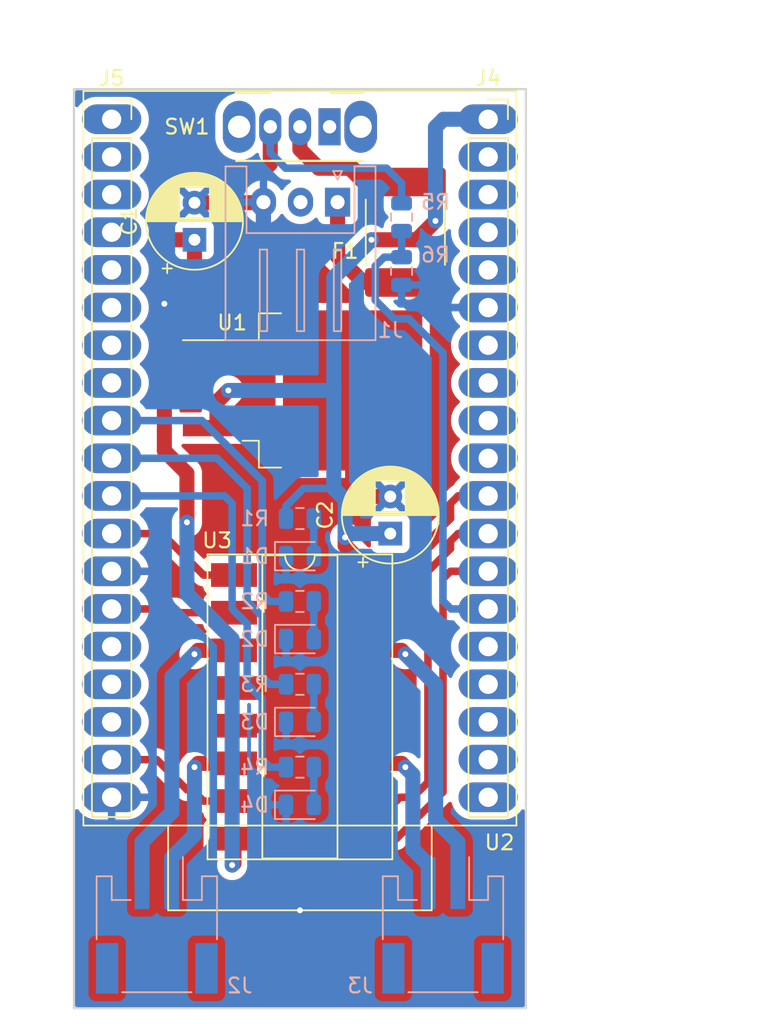
<source format=kicad_pcb>
(kicad_pcb (version 20240108) (generator "pcbnew") (generator_version "8.0")
  (layers (0 "F.Cu" signal) (31 "B.Cu" signal) (34 "B.Paste" user) (35 "F.Paste" user) (36 "B.SilkS" user "B.Silkscreen") (37 "F.SilkS" user "F.Silkscreen") (38 "B.Mask" user) (39 "F.Mask" user) (44 "Edge.Cuts" user))
  (net 0 "")
  (net 1 "/PWM_1")
  (net 2 "/PWM_2")
  (net 3 "/MOT_1_DIR_A")
  (net 4 "/MOT_2_DIR_A")
  (net 5 "/GND")
  (net 6 "/MOT_1_DIR_B")
  (net 7 "/MOT_2_DIR_B")
  (net 8 "/HV")
  (net 9 "/5V")
  (net 10 "/MOT_1_POS")
  (net 11 "/MOT_1_NEG")
  (net 12 "/MOT_2_NEG")
  (net 13 "/MOT_2_POS")
  (net 14 "Net-(D1-A)")
  (net 15 "Net-(D2-A)")
  (net 16 "/WIFI_LED")
  (net 17 "/SERVER_LED")
  (net 18 "Net-(D3-A)")
  (net 19 "Net-(D4-A)")
  (net 20 "/ACTIVITY_LED")
  (net 21 "/V_SENSE")
  (net 22 "/V_BATT")
  (net 23 "Net-(SW1A-B)")
  (footprint "mainboard:ESP32-DEVKITC" (layer "F.Cu") (at 147.32 96.52 180)
    (property "Reference" "U2" (at -13.462 -25.908 180) (layer "F.SilkS"))
    (property "Value" "ESP32-DEVKITC")
    (pad "1" thru_hole oval (at -12.7 -22.86 180) (size 4 2) (drill 1.3) (layers "*.Cu" "*.Mask"))
    (pad "2" thru_hole oval (at -12.7 -20.32 180) (size 4 2) (drill 1.3) (layers "*.Cu" "*.Mask"))
    (pad "3" thru_hole oval (at -12.7 -17.78 180) (size 4 2) (drill 1.3) (layers "*.Cu" "*.Mask"))
    (pad "4" thru_hole oval (at -12.7 -15.24 180) (size 4 2) (drill 1.3) (layers "*.Cu" "*.Mask"))
    (pad "5" thru_hole oval (at -12.7 -12.7 180) (size 4 2) (drill 1.3) (layers "*.Cu" "*.Mask"))
    (pad "6" thru_hole oval (at -12.7 -10.16 180) (size 4 2) (drill 1.3) (layers "*.Cu" "*.Mask") (net 21 "/V_SENSE"))
    (pad "7" thru_hole oval (at -12.7 -7.62 180) (size 4 2) (drill 1.3) (layers "*.Cu" "*.Mask") (net 2 "/PWM_2"))
    (pad "8" thru_hole oval (at -12.7 -5.08 180) (size 4 2) (drill 1.3) (layers "*.Cu" "*.Mask") (net 4 "/MOT_2_DIR_A"))
    (pad "9" thru_hole oval (at -12.7 -2.54 180) (size 4 2) (drill 1.3) (layers "*.Cu" "*.Mask") (net 7 "/MOT_2_DIR_B"))
    (pad "10" thru_hole oval (at -12.7 0 180) (size 4 2) (drill 1.3) (layers "*.Cu" "*.Mask"))
    (pad "11" thru_hole oval (at -12.7 2.54 180) (size 4 2) (drill 1.3) (layers "*.Cu" "*.Mask"))
    (pad "12" thru_hole oval (at -12.7 5.08 180) (size 4 2) (drill 1.3) (layers "*.Cu" "*.Mask"))
    (pad "13" thru_hole oval (at -12.7 7.62 180) (size 4 2) (drill 1.3) (layers "*.Cu" "*.Mask"))
    (pad "14" thru_hole oval (at -12.7 10.16 180) (size 4 2) (drill 1.3) (layers "*.Cu" "*.Mask") (net 5 "/GND"))
    (pad "15" thru_hole oval (at -12.7 12.7 180) (size 4 2) (drill 1.3) (layers "*.Cu" "*.Mask"))
    (pad "16" thru_hole oval (at -12.7 15.24 180) (size 4 2) (drill 1.3) (layers "*.Cu" "*.Mask"))
    (pad "17" thru_hole oval (at -12.7 17.78 180) (size 4 2) (drill 1.3) (layers "*.Cu" "*.Mask"))
    (pad "18" thru_hole oval (at -12.7 20.32 180) (size 4 2) (drill 1.3) (layers "*.Cu" "*.Mask"))
    (pad "19" thru_hole oval (at -12.7 22.86 180) (size 4 2) (drill 1.3) (layers "*.Cu" "*.Mask") (net 9 "/5V"))
    (pad "20" thru_hole oval (at 12.7 22.86 180) (size 4 2) (drill 1.3) (layers "*.Cu" "*.Mask"))
    (pad "21" thru_hole oval (at 12.7 20.32 180) (size 4 2) (drill 1.3) (layers "*.Cu" "*.Mask"))
    (pad "22" thru_hole oval (at 12.7 17.78 180) (size 4 2) (drill 1.3) (layers "*.Cu" "*.Mask"))
    (pad "23" thru_hole oval (at 12.7 15.24 180) (size 4 2) (drill 1.3) (layers "*.Cu" "*.Mask"))
    (pad "24" thru_hole oval (at 12.7 12.7 180) (size 4 2) (drill 1.3) (layers "*.Cu" "*.Mask"))
    (pad "25" thru_hole oval (at 12.7 10.16 180) (size 4 2) (drill 1.3) (layers "*.Cu" "*.Mask"))
    (pad "26" thru_hole oval (at 12.7 7.62 180) (size 4 2) (drill 1.3) (layers "*.Cu" "*.Mask"))
    (pad "27" thru_hole oval (at 12.7 5.08 180) (size 4 2) (drill 1.3) (layers "*.Cu" "*.Mask"))
    (pad "28" thru_hole oval (at 12.7 2.54 180) (size 4 2) (drill 1.3) (layers "*.Cu" "*.Mask") (net 16 "/WIFI_LED"))
    (pad "29" thru_hole oval (at 12.7 0 180) (size 4 2) (drill 1.3) (layers "*.Cu" "*.Mask") (net 17 "/SERVER_LED"))
    (pad "30" thru_hole oval (at 12.7 -2.54 180) (size 4 2) (drill 1.3) (layers "*.Cu" "*.Mask") (net 20 "/ACTIVITY_LED"))
    (pad "31" thru_hole oval (at 12.7 -5.08 180) (size 4 2) (drill 1.3) (layers "*.Cu" "*.Mask") (net 1 "/PWM_1"))
    (pad "32" thru_hole oval (at 12.7 -7.62 180) (size 4 2) (drill 1.3) (layers "*.Cu" "*.Mask") (net 5 "/GND"))
    (pad "33" thru_hole oval (at 12.7 -10.16 180) (size 4 2) (drill 1.3) (layers "*.Cu" "*.Mask") (net 3 "/MOT_1_DIR_A"))
    (pad "34" thru_hole oval (at 12.7 -12.7 180) (size 4 2) (drill 1.3) (layers "*.Cu" "*.Mask"))
    (pad "35" thru_hole oval (at 12.7 -15.24 180) (size 4 2) (drill 1.3) (layers "*.Cu" "*.Mask"))
    (pad "36" thru_hole oval (at 12.7 -17.78 180) (size 4 2) (drill 1.3) (layers "*.Cu" "*.Mask"))
    (pad "37" thru_hole oval (at 12.7 -20.32 180) (size 4 2) (drill 1.3) (layers "*.Cu" "*.Mask") (net 6 "/MOT_1_DIR_B"))
    (pad "38" thru_hole oval (at 12.7 -22.86 180) (size 4 2) (drill 1.3) (layers "*.Cu" "*.Mask") (net 5 "/GND"))
  )
  (footprint "Package_DIP:DIP-16_W8.89mm_SMDSocket_LongPads" (layer "F.Cu") (at 147.32 113.284)
    (property "Reference" "U3" (at -5.588 -11.22 0) (layer "F.SilkS"))
    (property "Value" "L293")
    (pad "1" smd rect (at -4.445 -8.89) (size 3.1 1.6) (layers "F.Cu" "F.Paste" "F.Mask") (net 1 "/PWM_1"))
    (pad "2" smd rect (at -4.445 -6.35) (size 3.1 1.6) (layers "F.Cu" "F.Paste" "F.Mask") (net 3 "/MOT_1_DIR_A"))
    (pad "3" smd rect (at -4.445 -3.81) (size 3.1 1.6) (layers "F.Cu" "F.Paste" "F.Mask") (net 11 "/MOT_1_NEG"))
    (pad "4" smd rect (at -4.445 -1.27) (size 3.1 1.6) (layers "F.Cu" "F.Paste" "F.Mask") (net 5 "/GND"))
    (pad "5" smd rect (at -4.445 1.27) (size 3.1 1.6) (layers "F.Cu" "F.Paste" "F.Mask") (net 5 "/GND"))
    (pad "6" smd rect (at -4.445 3.81) (size 3.1 1.6) (layers "F.Cu" "F.Paste" "F.Mask") (net 10 "/MOT_1_POS"))
    (pad "7" smd rect (at -4.445 6.35) (size 3.1 1.6) (layers "F.Cu" "F.Paste" "F.Mask") (net 6 "/MOT_1_DIR_B"))
    (pad "8" smd rect (at -4.445 8.89) (size 3.1 1.6) (layers "F.Cu" "F.Paste" "F.Mask") (net 8 "/HV"))
    (pad "9" smd rect (at 4.445 8.89) (size 3.1 1.6) (layers "F.Cu" "F.Paste" "F.Mask") (net 2 "/PWM_2"))
    (pad "10" smd rect (at 4.445 6.35) (size 3.1 1.6) (layers "F.Cu" "F.Paste" "F.Mask") (net 4 "/MOT_2_DIR_A"))
    (pad "11" smd rect (at 4.445 3.81) (size 3.1 1.6) (layers "F.Cu" "F.Paste" "F.Mask") (net 12 "/MOT_2_NEG"))
    (pad "12" smd rect (at 4.445 1.27) (size 3.1 1.6) (layers "F.Cu" "F.Paste" "F.Mask") (net 5 "/GND"))
    (pad "13" smd rect (at 4.445 -1.27) (size 3.1 1.6) (layers "F.Cu" "F.Paste" "F.Mask") (net 5 "/GND"))
    (pad "14" smd rect (at 4.445 -3.81) (size 3.1 1.6) (layers "F.Cu" "F.Paste" "F.Mask") (net 13 "/MOT_2_POS"))
    (pad "15" smd rect (at 4.445 -6.35) (size 3.1 1.6) (layers "F.Cu" "F.Paste" "F.Mask") (net 7 "/MOT_2_DIR_B"))
    (pad "16" smd rect (at 4.445 -8.89) (size 3.1 1.6) (layers "F.Cu" "F.Paste" "F.Mask") (net 9 "/5V"))
  )
  (footprint "Button_Switch_THT:SW_CuK_OS102011MA1QN1_SPDT_Angled" (layer "F.Cu") (at 149.32 74.168 180)
    (property "Reference" "SW1" (at 9.62 0 180) (layer "F.SilkS"))
    (property "Value" "SW_DPDT_x2")
    (pad "" thru_hole oval (at -2.1 0 180) (size 2.2 3.5) (drill 1.5) (layers "*.Cu" "*.Mask"))
    (pad "" thru_hole oval (at 6.1 0 180) (size 2.2 3.5) (drill 1.5) (layers "*.Cu" "*.Mask"))
    (pad "1" thru_hole rect (at 0 0 180) (size 1.5 2.5) (drill 0.9) (layers "*.Cu" "*.Mask"))
    (pad "2" thru_hole oval (at 2 0 180) (size 1.5 2.5) (drill 0.9) (layers "*.Cu" "*.Mask") (net 23 "Net-(SW1A-B)"))
    (pad "3" thru_hole oval (at 4 0 180) (size 1.5 2.5) (drill 0.9) (layers "*.Cu" "*.Mask") (net 8 "/HV"))
  )
  (footprint "Capacitor_THT:CP_Radial_D6.3mm_P2.50mm" (layer "F.Cu") (at 140.208 81.788 90)
    (property "Reference" "C1" (at 1.25 -4.4 90) (layer "F.SilkS"))
    (property "Value" "100uF")
    (pad "1" thru_hole rect (at 0 0 90) (size 1.6 1.6) (drill 0.8) (layers "*.Cu" "*.Mask") (net 8 "/HV"))
    (pad "2" thru_hole circle (at 2.5 0 90) (size 1.6 1.6) (drill 0.8) (layers "*.Cu" "*.Mask") (net 5 "/GND"))
  )
  (footprint "Capacitor_THT:CP_Radial_D6.3mm_P2.50mm" (layer "F.Cu") (at 153.416 101.6 90)
    (property "Reference" "C2" (at 1.25 -4.4 90) (layer "F.SilkS"))
    (property "Value" "100uF")
    (pad "1" thru_hole rect (at 0 0 90) (size 1.6 1.6) (drill 0.8) (layers "*.Cu" "*.Mask") (net 9 "/5V"))
    (pad "2" thru_hole circle (at 2.5 0 90) (size 1.6 1.6) (drill 0.8) (layers "*.Cu" "*.Mask") (net 5 "/GND"))
  )
  (footprint "Fuse:Fuse_2920_7451Metric" (layer "F.Cu") (at 154.432 81.28 -90)
    (property "Reference" "F1" (at 1.27 4.064 0) (layer "F.SilkS"))
    (property "Value" "b0250 2.5A")
    (pad "1" smd roundrect (at -3.3875 0 270) (size 1.925 5.45) (layers "F.Cu" "F.Paste" "F.Mask") (roundrect_rratio 0.12987) (net 23 "Net-(SW1A-B)"))
    (pad "2" smd roundrect (at 3.3875 0 270) (size 1.925 5.45) (layers "F.Cu" "F.Paste" "F.Mask") (roundrect_rratio 0.12987) (net 22 "/V_BATT"))
  )
  (footprint "Package_TO_SOT_SMD:TO-263-2" (layer "F.Cu") (at 147.501 91.948)
    (property "Reference" "U1" (at -4.753 -4.572 0) (layer "F.SilkS"))
    (property "Value" "L7805")
    (pad "1" smd rect (at -5.775 -2.54) (size 4.6 1.1) (layers "F.Cu" "F.Paste" "F.Mask") (net 8 "/HV"))
    (pad "2" smd rect (at 3.375 0) (size 9.4 10.8) (layers "F.Cu" "F.Mask") (net 5 "/GND"))
    (pad "3" smd rect (at -5.775 2.54) (size 4.6 1.1) (layers "F.Cu" "F.Paste" "F.Mask") (net 9 "/5V"))
  )
  (footprint "Connector_PinSocket_2.54mm:PinSocket_1x19_P2.54mm_Vertical" (layer "F.Cu") (at 134.62 73.66)
    (property "Reference" "J5" (at 0 -2.77 0) (layer "F.SilkS"))
    (property "Value" "Conn_01x19_Socket")
    (pad "1" thru_hole rect (at 0 0) (size 1.7 1.7) (drill 1) (layers "*.Cu" "*.Mask"))
    (pad "2" thru_hole oval (at 0 2.54) (size 1.7 1.7) (drill 1) (layers "*.Cu" "*.Mask"))
    (pad "3" thru_hole oval (at 0 5.08) (size 1.7 1.7) (drill 1) (layers "*.Cu" "*.Mask"))
    (pad "4" thru_hole oval (at 0 7.62) (size 1.7 1.7) (drill 1) (layers "*.Cu" "*.Mask"))
    (pad "5" thru_hole oval (at 0 10.16) (size 1.7 1.7) (drill 1) (layers "*.Cu" "*.Mask"))
    (pad "6" thru_hole oval (at 0 12.7) (size 1.7 1.7) (drill 1) (layers "*.Cu" "*.Mask"))
    (pad "7" thru_hole oval (at 0 15.24) (size 1.7 1.7) (drill 1) (layers "*.Cu" "*.Mask"))
    (pad "8" thru_hole oval (at 0 17.78) (size 1.7 1.7) (drill 1) (layers "*.Cu" "*.Mask"))
    (pad "9" thru_hole oval (at 0 20.32) (size 1.7 1.7) (drill 1) (layers "*.Cu" "*.Mask") (net 16 "/WIFI_LED"))
    (pad "10" thru_hole oval (at 0 22.86) (size 1.7 1.7) (drill 1) (layers "*.Cu" "*.Mask") (net 17 "/SERVER_LED"))
    (pad "11" thru_hole oval (at 0 25.4) (size 1.7 1.7) (drill 1) (layers "*.Cu" "*.Mask") (net 20 "/ACTIVITY_LED"))
    (pad "12" thru_hole oval (at 0 27.94) (size 1.7 1.7) (drill 1) (layers "*.Cu" "*.Mask") (net 1 "/PWM_1"))
    (pad "13" thru_hole oval (at 0 30.48) (size 1.7 1.7) (drill 1) (layers "*.Cu" "*.Mask") (net 5 "/GND"))
    (pad "14" thru_hole oval (at 0 33.02) (size 1.7 1.7) (drill 1) (layers "*.Cu" "*.Mask") (net 3 "/MOT_1_DIR_A"))
    (pad "15" thru_hole oval (at 0 35.56) (size 1.7 1.7) (drill 1) (layers "*.Cu" "*.Mask"))
    (pad "16" thru_hole oval (at 0 38.1) (size 1.7 1.7) (drill 1) (layers "*.Cu" "*.Mask"))
    (pad "17" thru_hole oval (at 0 40.64) (size 1.7 1.7) (drill 1) (layers "*.Cu" "*.Mask"))
    (pad "18" thru_hole oval (at 0 43.18) (size 1.7 1.7) (drill 1) (layers "*.Cu" "*.Mask") (net 6 "/MOT_1_DIR_B"))
    (pad "19" thru_hole oval (at 0 45.72) (size 1.7 1.7) (drill 1) (layers "*.Cu" "*.Mask") (net 5 "/GND"))
  )
  (footprint "Connector_PinSocket_2.54mm:PinSocket_1x19_P2.54mm_Vertical" (layer "F.Cu") (at 160.02 73.66)
    (property "Reference" "J4" (at 0 -2.77 0) (layer "F.SilkS"))
    (property "Value" "Conn_01x19_Socket")
    (pad "1" thru_hole rect (at 0 0) (size 1.7 1.7) (drill 1) (layers "*.Cu" "*.Mask") (net 9 "/5V"))
    (pad "2" thru_hole oval (at 0 2.54) (size 1.7 1.7) (drill 1) (layers "*.Cu" "*.Mask"))
    (pad "3" thru_hole oval (at 0 5.08) (size 1.7 1.7) (drill 1) (layers "*.Cu" "*.Mask"))
    (pad "4" thru_hole oval (at 0 7.62) (size 1.7 1.7) (drill 1) (layers "*.Cu" "*.Mask"))
    (pad "5" thru_hole oval (at 0 10.16) (size 1.7 1.7) (drill 1) (layers "*.Cu" "*.Mask"))
    (pad "6" thru_hole oval (at 0 12.7) (size 1.7 1.7) (drill 1) (layers "*.Cu" "*.Mask") (net 5 "/GND"))
    (pad "7" thru_hole oval (at 0 15.24) (size 1.7 1.7) (drill 1) (layers "*.Cu" "*.Mask"))
    (pad "8" thru_hole oval (at 0 17.78) (size 1.7 1.7) (drill 1) (layers "*.Cu" "*.Mask"))
    (pad "9" thru_hole oval (at 0 20.32) (size 1.7 1.7) (drill 1) (layers "*.Cu" "*.Mask"))
    (pad "10" thru_hole oval (at 0 22.86) (size 1.7 1.7) (drill 1) (layers "*.Cu" "*.Mask"))
    (pad "11" thru_hole oval (at 0 25.4) (size 1.7 1.7) (drill 1) (layers "*.Cu" "*.Mask") (net 7 "/MOT_2_DIR_B"))
    (pad "12" thru_hole oval (at 0 27.94) (size 1.7 1.7) (drill 1) (layers "*.Cu" "*.Mask") (net 4 "/MOT_2_DIR_A"))
    (pad "13" thru_hole oval (at 0 30.48) (size 1.7 1.7) (drill 1) (layers "*.Cu" "*.Mask") (net 2 "/PWM_2"))
    (pad "14" thru_hole oval (at 0 33.02) (size 1.7 1.7) (drill 1) (layers "*.Cu" "*.Mask") (net 21 "/V_SENSE"))
    (pad "15" thru_hole oval (at 0 35.56) (size 1.7 1.7) (drill 1) (layers "*.Cu" "*.Mask"))
    (pad "16" thru_hole oval (at 0 38.1) (size 1.7 1.7) (drill 1) (layers "*.Cu" "*.Mask"))
    (pad "17" thru_hole oval (at 0 40.64) (size 1.7 1.7) (drill 1) (layers "*.Cu" "*.Mask"))
    (pad "18" thru_hole oval (at 0 43.18) (size 1.7 1.7) (drill 1) (layers "*.Cu" "*.Mask"))
    (pad "19" thru_hole oval (at 0 45.72) (size 1.7 1.7) (drill 1) (layers "*.Cu" "*.Mask"))
  )
  (footprint "Resistor_SMD:R_0805_2012Metric" (layer "B.Cu") (at 147.32 111.76 180)
    (property "Reference" "R3" (at 3.048 0 180) (layer "B.SilkS") (effects (justify mirror)))
    (property "Value" "330 ohm")
    (pad "1" smd roundrect (at -0.9375 0 180) (size 0.975 1.4) (layers "B.Cu" "B.Paste" "B.Mask") (net 18 "Net-(D3-A)"))
    (pad "2" smd roundrect (at 0.9375 0 180) (size 0.975 1.4) (layers "B.Cu" "B.Paste" "B.Mask") (net 17 "/SERVER_LED"))
  )
  (footprint "Resistor_SMD:R_0805_2012Metric" (layer "B.Cu") (at 147.32 117.348 180)
    (property "Reference" "R4" (at 3.048 0 180) (layer "B.SilkS") (effects (justify mirror)))
    (property "Value" "330 ohm")
    (pad "1" smd roundrect (at -0.9375 0 180) (size 0.975 1.4) (layers "B.Cu" "B.Paste" "B.Mask") (net 19 "Net-(D4-A)"))
    (pad "2" smd roundrect (at 0.9375 0 180) (size 0.975 1.4) (layers "B.Cu" "B.Paste" "B.Mask") (net 20 "/ACTIVITY_LED"))
  )
  (footprint "Resistor_SMD:R_0805_2012Metric" (layer "B.Cu") (at 154.178 80.264 -90)
    (property "Reference" "R5" (at -1.016 -2.286 0) (layer "B.SilkS") (effects (justify mirror)))
    (property "Value" "2.2k")
    (pad "1" smd roundrect (at -0.9375 0 270) (size 0.975 1.4) (layers "B.Cu" "B.Paste" "B.Mask") (net 8 "/HV"))
    (pad "2" smd roundrect (at 0.9375 0 270) (size 0.975 1.4) (layers "B.Cu" "B.Paste" "B.Mask") (net 21 "/V_SENSE"))
  )
  (footprint "Resistor_SMD:R_0805_2012Metric" (layer "B.Cu") (at 154.178 83.8985 -90)
    (property "Reference" "R6" (at -1.0945 -2.286 0) (layer "B.SilkS") (effects (justify mirror)))
    (property "Value" "1k")
    (pad "1" smd roundrect (at -0.9375 0 270) (size 0.975 1.4) (layers "B.Cu" "B.Paste" "B.Mask") (net 21 "/V_SENSE"))
    (pad "2" smd roundrect (at 0.9375 0 270) (size 0.975 1.4) (layers "B.Cu" "B.Paste" "B.Mask") (net 5 "/GND"))
  )
  (footprint "LED_SMD:LED_0805_2012Metric" (layer "B.Cu") (at 147.32 108.712)
    (property "Reference" "D2" (at -3.048 0 0) (layer "B.SilkS") (effects (justify mirror)))
    (property "Value" "LED")
    (pad "1" smd roundrect (at -0.9375 0) (size 0.975 1.4) (layers "B.Cu" "B.Paste" "B.Mask") (net 5 "/GND"))
    (pad "2" smd roundrect (at 0.9375 0) (size 0.975 1.4) (layers "B.Cu" "B.Paste" "B.Mask") (net 15 "Net-(D2-A)"))
  )
  (footprint "LED_SMD:LED_0805_2012Metric" (layer "B.Cu") (at 147.32 114.3)
    (property "Reference" "D3" (at -3.048 0 0) (layer "B.SilkS") (effects (justify mirror)))
    (property "Value" "LED")
    (pad "1" smd roundrect (at -0.9375 0) (size 0.975 1.4) (layers "B.Cu" "B.Paste" "B.Mask") (net 5 "/GND"))
    (pad "2" smd roundrect (at 0.9375 0) (size 0.975 1.4) (layers "B.Cu" "B.Paste" "B.Mask") (net 18 "Net-(D3-A)"))
  )
  (footprint "LED_SMD:LED_0805_2012Metric" (layer "B.Cu") (at 147.32 119.888)
    (property "Reference" "D4" (at -3.048 0 0) (layer "B.SilkS") (effects (justify mirror)))
    (property "Value" "LED")
    (pad "1" smd roundrect (at -0.9375 0) (size 0.975 1.4) (layers "B.Cu" "B.Paste" "B.Mask") (net 5 "/GND"))
    (pad "2" smd roundrect (at 0.9375 0) (size 0.975 1.4) (layers "B.Cu" "B.Paste" "B.Mask") (net 19 "Net-(D4-A)"))
  )
  (footprint "Connector_JST:JST_PH_S2B-PH-SM4-TB_1x02-1MP_P2.00mm_Horizontal" (layer "B.Cu") (at 156.972 128.016 180)
    (property "Reference" "J3" (at 5.588 -4.064 180) (layer "B.SilkS") (effects (justify mirror)))
    (property "Value" "Conn_01x02")
    (pad "1" smd rect (at -1 2.85 180) (size 1 3.5) (layers "B.Cu" "B.Paste" "B.Mask") (net 13 "/MOT_2_POS"))
    (pad "2" smd rect (at 1 2.85 180) (size 1 3.5) (layers "B.Cu" "B.Paste" "B.Mask") (net 12 "/MOT_2_NEG"))
    (pad "MP" smd rect (at -3.35 -2.9 180) (size 1.5 3.4) (layers "B.Cu" "B.Paste" "B.Mask"))
    (pad "MP" smd rect (at 3.35 -2.9 180) (size 1.5 3.4) (layers "B.Cu" "B.Paste" "B.Mask"))
  )
  (footprint "Connector_JST:JST_XH_S03B-XH-A_1x03_P2.50mm_Horizontal" (layer "B.Cu") (at 149.86 79.248 180)
    (property "Reference" "J1" (at -3.556 -8.636 180) (layer "B.SilkS") (effects (justify mirror)))
    (property "Value" "Conn_01x03")
    (pad "1" thru_hole rect (at 0 0 180) (size 1.7 1.95) (drill 0.95) (layers "*.Cu" "*.Mask") (net 22 "/V_BATT"))
    (pad "2" thru_hole oval (at 2.5 0 180) (size 1.7 1.95) (drill 0.95) (layers "*.Cu" "*.Mask"))
    (pad "3" thru_hole oval (at 5 0 180) (size 1.7 1.95) (drill 0.95) (layers "*.Cu" "*.Mask") (net 5 "/GND"))
  )
  (footprint "Resistor_SMD:R_0805_2012Metric" (layer "B.Cu") (at 147.32 106.172 180)
    (property "Reference" "R2" (at 3.048 0 180) (layer "B.SilkS") (effects (justify mirror)))
    (property "Value" "330 ohm")
    (pad "1" smd roundrect (at -0.9375 0 180) (size 0.975 1.4) (layers "B.Cu" "B.Paste" "B.Mask") (net 15 "Net-(D2-A)"))
    (pad "2" smd roundrect (at 0.9375 0 180) (size 0.975 1.4) (layers "B.Cu" "B.Paste" "B.Mask") (net 16 "/WIFI_LED"))
  )
  (footprint "Resistor_SMD:R_0805_2012Metric" (layer "B.Cu") (at 147.32 100.584)
    (property "Reference" "R1" (at -3.048 0 0) (layer "B.SilkS") (effects (justify mirror)))
    (property "Value" "330 ohm")
    (pad "1" smd roundrect (at -0.9375 0) (size 0.975 1.4) (layers "B.Cu" "B.Paste" "B.Mask") (net 9 "/5V"))
    (pad "2" smd roundrect (at 0.9375 0) (size 0.975 1.4) (layers "B.Cu" "B.Paste" "B.Mask") (net 14 "Net-(D1-A)"))
  )
  (footprint "Connector_JST:JST_PH_S2B-PH-SM4-TB_1x02-1MP_P2.00mm_Horizontal" (layer "B.Cu") (at 137.668 128.016 180)
    (property "Reference" "J2" (at -5.588 -4.064 180) (layer "B.SilkS") (effects (justify mirror)))
    (property "Value" "Conn_01x02")
    (pad "1" smd rect (at -1 2.85 180) (size 1 3.5) (layers "B.Cu" "B.Paste" "B.Mask") (net 10 "/MOT_1_POS"))
    (pad "2" smd rect (at 1 2.85 180) (size 1 3.5) (layers "B.Cu" "B.Paste" "B.Mask") (net 11 "/MOT_1_NEG"))
    (pad "MP" smd rect (at -3.35 -2.9 180) (size 1.5 3.4) (layers "B.Cu" "B.Paste" "B.Mask"))
    (pad "MP" smd rect (at 3.35 -2.9 180) (size 1.5 3.4) (layers "B.Cu" "B.Paste" "B.Mask"))
  )
  (footprint "LED_SMD:LED_0805_2012Metric" (layer "B.Cu") (at 147.32 103.124)
    (property "Reference" "D1" (at -3.048 0 0) (layer "B.SilkS") (effects (justify mirror)))
    (property "Value" "LED")
    (pad "1" smd roundrect (at -0.9375 0) (size 0.975 1.4) (layers "B.Cu" "B.Paste" "B.Mask") (net 5 "/GND"))
    (pad "2" smd roundrect (at 0.9375 0) (size 0.975 1.4) (layers "B.Cu" "B.Paste" "B.Mask") (net 14 "Net-(D1-A)"))
  )
  (gr_line (start 162.56 133.604) (end 132.08 133.604) (stroke (width 0.15)) (layer "Edge.Cuts"))
  (gr_line (start 162.56 71.628) (end 162.56 133.604) (stroke (width 0.15)) (layer "Edge.Cuts"))
  (gr_line (start 132.08 133.604) (end 132.08 71.628) (stroke (width 0.15)) (layer "Edge.Cuts"))
  (gr_line (start 132.08 71.628) (end 162.56 71.628) (stroke (width 0.15)) (layer "Edge.Cuts"))
  (segment (start 142.875 104.394) (end 140.817 104.394) (width 0.508) (layer "F.Cu") (net 1))
  (segment (start 134.62 101.6) (end 135.62 101.6) (width 0.508) (layer "F.Cu") (net 1))
  (segment (start 140.817 104.394) (end 138.023 101.6) (width 0.508) (layer "F.Cu") (net 1))
  (segment (start 138.023 101.6) (end 137.668 101.6) (width 0.508) (layer "F.Cu") (net 1))
  (segment (start 134.62 101.6) (end 137.668 101.6) (width 0.508) (layer "F.Cu") (net 1))
  (segment (start 156.972 119.025) (end 156.972 104.648) (width 0.508) (layer "F.Cu") (net 2))
  (segment (start 156.972 104.648) (end 157.48 104.14) (width 0.508) (layer "F.Cu") (net 2))
  (segment (start 151.765 122.174) (end 153.823 122.174) (width 0.508) (layer "F.Cu") (net 2))
  (segment (start 157.48 104.14) (end 160.02 104.14) (width 0.508) (layer "F.Cu") (net 2))
  (segment (start 153.823 122.174) (end 156.972 119.025) (width 0.508) (layer "F.Cu") (net 2))
  (segment (start 142.875 106.934) (end 139.192 106.934) (width 0.508) (layer "F.Cu") (net 3))
  (segment (start 134.62 106.68) (end 138.938 106.68) (width 0.508) (layer "F.Cu") (net 3))
  (segment (start 138.938 106.68) (end 139.192 106.934) (width 0.508) (layer "F.Cu") (net 3))
  (segment (start 154.94 119.38) (end 155.956 118.364) (width 0.508) (layer "F.Cu") (net 4))
  (segment (start 157.48 102.108) (end 157.988 101.6) (width 0.508) (layer "F.Cu") (net 4))
  (segment (start 153.823 119.634) (end 154.077 119.38) (width 0.508) (layer "F.Cu") (net 4))
  (segment (start 154.077 119.38) (end 154.94 119.38) (width 0.508) (layer "F.Cu") (net 4))
  (segment (start 157.48 102.616) (end 157.48 102.108) (width 0.508) (layer "F.Cu") (net 4))
  (segment (start 151.765 119.634) (end 153.823 119.634) (width 0.508) (layer "F.Cu") (net 4))
  (segment (start 157.988 101.6) (end 160.02 101.6) (width 0.508) (layer "F.Cu") (net 4))
  (segment (start 155.956 118.364) (end 155.956 104.14) (width 0.508) (layer "F.Cu") (net 4))
  (segment (start 155.956 104.14) (end 157.48 102.616) (width 0.508) (layer "F.Cu") (net 4))
  (segment (start 147.32 114.554) (end 147.32 127) (width 1.016) (layer "F.Cu") (net 5))
  (segment (start 147.32 100.838) (end 147.32 112.014) (width 1.016) (layer "F.Cu") (net 5))
  (segment (start 149.058 99.1) (end 147.32 100.838) (width 1.016) (layer "F.Cu") (net 5))
  (segment (start 147.32 112.014) (end 151.765 112.014) (width 1.016) (layer "F.Cu") (net 5))
  (segment (start 140.208 79.288) (end 144.82 79.288) (width 1.016) (layer "F.Cu") (net 5))
  (segment (start 144.86 79.248) (end 144.86 85.232) (width 1.016) (layer "F.Cu") (net 5))
  (segment (start 150.876 91.248) (end 150.876 91.948) (width 1.016) (layer "F.Cu") (net 5))
  (segment (start 147.32 114.554) (end 147.32 112.014) (width 1.016) (layer "F.Cu") (net 5))
  (segment (start 150.876 99.1) (end 149.058 99.1) (width 1.016) (layer "F.Cu") (net 5))
  (segment (start 142.875 114.554) (end 147.32 114.554) (width 1.016) (layer "F.Cu") (net 5))
  (segment (start 144.86 85.232) (end 150.876 91.248) (width 1.016) (layer "F.Cu") (net 5))
  (segment (start 150.876 98.364) (end 150.876 99.1) (width 1.016) (layer "F.Cu") (net 5))
  (segment (start 147.32 114.554) (end 151.765 114.554) (width 1.016) (layer "F.Cu") (net 5))
  (segment (start 153.416 99.1) (end 150.876 99.1) (width 1.016) (layer "F.Cu") (net 5))
  (segment (start 144.82 79.288) (end 144.86 79.248) (width 1.016) (layer "F.Cu") (net 5))
  (segment (start 150.876 91.948) (end 150.876 98.364) (width 1.016) (layer "F.Cu") (net 5))
  (segment (start 142.875 112.014) (end 147.32 112.014) (width 1.016) (layer "F.Cu") (net 5))
  (via (at 138.176 86.106) (size 0.8) (drill 0.4) (layers "F.Cu" "B.Cu") (net 5))
  (via (at 147.32 127) (size 0.8) (drill 0.4) (layers "F.Cu" "B.Cu") (net 5))
  (segment (start 143.256 86.106) (end 138.176 86.106) (width 1.016) (layer "B.Cu") (net 5))
  (segment (start 160.02 86.36) (end 154.686 86.36) (width 0.508) (layer "B.Cu") (net 5))
  (segment (start 154.686 86.36) (end 154.178 85.852) (width 0.508) (layer "B.Cu") (net 5))
  (segment (start 144.86 84.502) (end 143.256 86.106) (width 1.016) (layer "B.Cu") (net 5))
  (segment (start 144.86 79.248) (end 144.86 84.502) (width 1.016) (layer "B.Cu") (net 5))
  (segment (start 154.178 85.852) (end 154.178 84.836) (width 0.508) (layer "B.Cu") (net 5))
  (segment (start 142.875 119.634) (end 140.817 119.634) (width 0.508) (layer "F.Cu") (net 6))
  (segment (start 139.7 118.872) (end 137.668 116.84) (width 0.508) (layer "F.Cu") (net 6))
  (segment (start 140.817 119.634) (end 140.055 118.872) (width 0.508) (layer "F.Cu") (net 6))
  (segment (start 137.668 116.84) (end 134.62 116.84) (width 0.508) (layer "F.Cu") (net 6))
  (segment (start 140.055 118.872) (end 139.7 118.872) (width 0.508) (layer "F.Cu") (net 6))
  (segment (start 156.464 102.108) (end 154.94 103.632) (width 0.508) (layer "F.Cu") (net 7))
  (segment (start 157.988 99.06) (end 157.48 99.568) (width 0.508) (layer "F.Cu") (net 7))
  (segment (start 157.48 100.584) (end 156.464 101.6) (width 0.508) (layer "F.Cu") (net 7))
  (segment (start 154.94 103.632) (end 154.94 105.817) (width 0.508) (layer "F.Cu") (net 7))
  (segment (start 153.823 106.934) (end 151.765 106.934) (width 0.508) (layer "F.Cu") (net 7))
  (segment (start 157.48 99.568) (end 157.48 100.584) (width 0.508) (layer "F.Cu") (net 7))
  (segment (start 154.94 105.817) (end 153.823 106.934) (width 0.508) (layer "F.Cu") (net 7))
  (segment (start 156.464 101.6) (end 156.464 102.108) (width 0.508) (layer "F.Cu") (net 7))
  (segment (start 160.02 99.06) (end 157.988 99.06) (width 0.508) (layer "F.Cu") (net 7))
  (segment (start 140.208 87.376) (end 140.208 87.89) (width 1.016) (layer "F.Cu") (net 8))
  (segment (start 139.7 97.536) (end 138.176 96.012) (width 1.016) (layer "F.Cu") (net 8))
  (segment (start 140.208 81.788) (end 140.208 87.376) (width 1.016) (layer "F.Cu") (net 8))
  (segment (start 140.208 87.89) (end 141.726 89.408) (width 1.016) (layer "F.Cu") (net 8))
  (segment (start 145.32 76.676) (end 144.78 77.216) (width 1.016) (layer "F.Cu") (net 8))
  (segment (start 140.208 89.176) (end 140.208 87.376) (width 1.016) (layer "F.Cu") (net 8))
  (segment (start 138.684 81.788) (end 140.208 81.788) (width 1.016) (layer "F.Cu") (net 8))
  (segment (start 138.176 91.208) (end 140.208 89.176) (width 1.016) (layer "F.Cu") (net 8))
  (segment (start 138.176 81.28) (end 138.684 81.788) (width 1.016) (layer "F.Cu") (net 8))
  (segment (start 138.176 77.724) (end 138.176 81.28) (width 1.016) (layer "F.Cu") (net 8))
  (segment (start 142.875 122.174) (end 142.875 123.825) (width 1.016) (layer "F.Cu") (net 8))
  (segment (start 144.78 77.216) (end 138.684 77.216) (width 1.016) (layer "F.Cu") (net 8))
  (segment (start 142.875 123.825) (end 142.748 123.952) (width 1.016) (layer "F.Cu") (net 8))
  (segment (start 138.684 77.216) (end 138.176 77.724) (width 1.016) (layer "F.Cu") (net 8))
  (segment (start 145.32 74.168) (end 145.32 76.676) (width 1.016) (layer "F.Cu") (net 8))
  (segment (start 138.176 96.012) (end 138.176 91.208) (width 1.016) (layer "F.Cu") (net 8))
  (segment (start 139.7 100.838) (end 139.7 97.536) (width 1.016) (layer "F.Cu") (net 8))
  (via (at 142.748 123.952) (size 0.8) (drill 0.4) (layers "F.Cu" "B.Cu") (net 8))
  (via (at 139.7 100.838) (size 0.8) (drill 0.4) (layers "F.Cu" "B.Cu") (net 8))
  (segment (start 142.748 118.168303) (end 142.748 113.03) (width 1.016) (layer "B.Cu") (net 8))
  (segment (start 154.178 77.978) (end 154.178 79.3265) (width 0.508) (layer "B.Cu") (net 8))
  (segment (start 145.32 74.168) (end 145.32 75.926) (width 0.508) (layer "B.Cu") (net 8))
  (segment (start 142.748 123.952) (end 142.748 118.168303) (width 1.016) (layer "B.Cu") (net 8))
  (segment (start 142.748 113.03) (end 142.748 108.712) (width 1.016) (layer "B.Cu") (net 8))
  (segment (start 153.162 76.962) (end 154.178 77.978) (width 0.508) (layer "B.Cu") (net 8))
  (segment (start 142.748 108.712) (end 139.7 105.664) (width 1.016) (layer "B.Cu") (net 8))
  (segment (start 145.32 75.926) (end 146.356 76.962) (width 0.508) (layer "B.Cu") (net 8))
  (segment (start 146.356 76.962) (end 153.162 76.962) (width 0.508) (layer "B.Cu") (net 8))
  (segment (start 139.7 105.664) (end 139.7 100.838) (width 1.016) (layer "B.Cu") (net 8))
  (segment (start 150.368 102.419685) (end 150.368 101.854) (width 1.016) (layer "F.Cu") (net 9))
  (segment (start 141.726 94.488) (end 141.726 92.716) (width 1.016) (layer "F.Cu") (net 9))
  (segment (start 152.146 81.788) (end 154.178 81.788) (width 1.016) (layer "F.Cu") (net 9))
  (segment (start 155.194 81.788) (end 156.464 80.518) (width 1.016) (layer "F.Cu") (net 9))
  (segment (start 154.178 81.788) (end 155.194 81.788) (width 1.016) (layer "F.Cu") (net 9))
  (segment (start 141.726 92.716) (end 142.494 91.948) (width 1.016) (layer "F.Cu") (net 9))
  (segment (start 151.765 103.816685) (end 150.368 102.419685) (width 1.016) (layer "F.Cu") (net 9))
  (segment (start 151.765 104.394) (end 151.765 103.816685) (width 1.016) (layer "F.Cu") (net 9))
  (via (at 152.146 81.788) (size 0.8) (drill 0.4) (layers "F.Cu" "B.Cu") (net 9))
  (via (at 156.464 80.518) (size 0.8) (drill 0.4) (layers "F.Cu" "B.Cu") (net 9))
  (via (at 150.368 101.854) (size 0.8) (drill 0.4) (layers "F.Cu" "B.Cu") (net 9))
  (via (at 142.494 91.948) (size 0.8) (drill 0.4) (layers "F.Cu" "B.Cu") (net 9))
  (segment (start 153.416 101.6) (end 150.622 101.6) (width 1.016) (layer "B.Cu") (net 9))
  (segment (start 149.606 91.948) (end 149.606 84.328) (width 1.016) (layer "B.Cu") (net 9))
  (segment (start 156.464 80.518) (end 156.464 74.2) (width 1.016) (layer "B.Cu") (net 9))
  (segment (start 149.606 98.552) (end 149.606 91.948) (width 1.016) (layer "B.Cu") (net 9))
  (segment (start 150.368 99.314) (end 149.606 98.552) (width 1.016) (layer "B.Cu") (net 9))
  (segment (start 157.004 73.66) (end 160.02 73.66) (width 1.016) (layer "B.Cu") (net 9))
  (segment (start 146.3825 99.7435) (end 147.574 98.552) (width 0.508) (layer "B.Cu") (net 9))
  (segment (start 146.3825 100.584) (end 146.3825 99.7435) (width 0.508) (layer "B.Cu") (net 9))
  (segment (start 156.464 74.2) (end 157.004 73.66) (width 1.016) (layer "B.Cu") (net 9))
  (segment (start 150.622 101.6) (end 150.368 101.854) (width 1.016) (layer "B.Cu") (net 9))
  (segment (start 147.574 98.552) (end 149.606 98.552) (width 0.508) (layer "B.Cu") (net 9))
  (segment (start 150.368 101.854) (end 150.368 99.314) (width 1.016) (layer "B.Cu") (net 9))
  (segment (start 149.606 91.948) (end 142.494 91.948) (width 1.016) (layer "B.Cu") (net 9))
  (segment (start 149.606 84.328) (end 152.146 81.788) (width 1.016) (layer "B.Cu") (net 9))
  (segment (start 142.875 117.094) (end 140.462 117.094) (width 1.016) (layer "F.Cu") (net 10))
  (segment (start 140.462 117.094) (end 140.208 117.348) (width 1.016) (layer "F.Cu") (net 10))
  (via (at 140.208 117.348) (size 0.8) (drill 0.4) (layers "F.Cu" "B.Cu") (net 10))
  (segment (start 138.668 125.166) (end 138.668 123.46) (width 1.016) (layer "B.Cu") (net 10))
  (segment (start 140.208 121.92) (end 140.208 117.348) (width 1.016) (layer "B.Cu") (net 10))
  (segment (start 138.668 123.46) (end 140.208 121.92) (width 1.016) (layer "B.Cu") (net 10))
  (segment (start 140.462 109.474) (end 140.208 109.728) (width 1.016) (layer "F.Cu") (net 11))
  (segment (start 142.875 109.474) (end 140.462 109.474) (width 1.016) (layer "F.Cu") (net 11))
  (via (at 140.208 109.728) (size 0.8) (drill 0.4) (layers "F.Cu" "B.Cu") (net 11))
  (segment (start 136.668 122.4) (end 138.684 120.384) (width 1.016) (layer "B.Cu") (net 11))
  (segment (start 136.668 125.166) (end 136.668 122.4) (width 1.016) (layer "B.Cu") (net 11))
  (segment (start 138.684 120.384) (end 138.684 111.252) (width 1.016) (layer "B.Cu") (net 11))
  (segment (start 138.684 111.252) (end 140.208 109.728) (width 1.016) (layer "B.Cu") (net 11))
  (segment (start 151.765 117.094) (end 154.178 117.094) (width 1.016) (layer "F.Cu") (net 12))
  (segment (start 154.178 117.094) (end 154.432 117.348) (width 1.016) (layer "F.Cu") (net 12))
  (via (at 154.432 117.348) (size 0.8) (drill 0.4) (layers "F.Cu" "B.Cu") (net 12))
  (segment (start 154.94 117.856) (end 154.432 117.348) (width 1.016) (layer "B.Cu") (net 12))
  (segment (start 154.94 122.884) (end 154.94 117.856) (width 1.016) (layer "B.Cu") (net 12))
  (segment (start 155.972 123.916) (end 154.94 122.884) (width 1.016) (layer "B.Cu") (net 12))
  (segment (start 155.972 125.166) (end 155.972 123.916) (width 1.016) (layer "B.Cu") (net 12))
  (segment (start 154.178 109.474) (end 154.432 109.728) (width 1.016) (layer "F.Cu") (net 13))
  (segment (start 151.765 109.474) (end 154.178 109.474) (width 1.016) (layer "F.Cu") (net 13))
  (via (at 154.432 109.728) (size 0.8) (drill 0.4) (layers "F.Cu" "B.Cu") (net 13))
  (segment (start 157.972 122.4) (end 156.476 120.904) (width 1.016) (layer "B.Cu") (net 13))
  (segment (start 156.476 120.904) (end 156.476 111.772) (width 1.016) (layer "B.Cu") (net 13))
  (segment (start 156.476 111.772) (end 154.432 109.728) (width 1.016) (layer "B.Cu") (net 13))
  (segment (start 157.972 125.166) (end 157.972 122.4) (width 1.016) (layer "B.Cu") (net 13))
  (segment (start 148.2575 100.584) (end 148.2575 103.124) (width 0.508) (layer "B.Cu") (net 14))
  (segment (start 148.2575 106.172) (end 148.2575 108.712) (width 0.508) (layer "B.Cu") (net 15))
  (segment (start 144.78 98.044) (end 140.716 93.98) (width 0.508) (layer "B.Cu") (net 16))
  (segment (start 139.192 93.98) (end 134.62 93.98) (width 0.508) (layer "B.Cu") (net 16))
  (segment (start 145.288 106.172) (end 144.78 105.664) (width 0.508) (layer "B.Cu") (net 16))
  (segment (start 140.716 93.98) (end 139.192 93.98) (width 0.508) (layer "B.Cu") (net 16))
  (segment (start 144.78 105.664) (end 144.78 98.044) (width 0.508) (layer "B.Cu") (net 16))
  (segment (start 146.3825 106.172) (end 145.288 106.172) (width 0.508) (layer "B.Cu") (net 16))
  (segment (start 144.78 111.252) (end 144.78 107.188) (width 0.508) (layer "B.Cu") (net 17))
  (segment (start 143.764 98.552) (end 141.732 96.52) (width 0.508) (layer "B.Cu") (net 17))
  (segment (start 141.732 96.52) (end 140.716 96.52) (width 0.508) (layer "B.Cu") (net 17))
  (segment (start 144.78 107.188) (end 143.764 106.172) (width 0.508) (layer "B.Cu") (net 17))
  (segment (start 140.716 96.52) (end 134.62 96.52) (width 0.508) (layer "B.Cu") (net 17))
  (segment (start 146.3825 111.76) (end 145.288 111.76) (width 0.508) (layer "B.Cu") (net 17))
  (segment (start 145.288 111.76) (end 144.78 111.252) (width 0.508) (layer "B.Cu") (net 17))
  (segment (start 143.764 106.172) (end 143.764 98.552) (width 0.508) (layer "B.Cu") (net 17))
  (segment (start 148.2575 111.76) (end 148.2575 114.3) (width 0.508) (layer "B.Cu") (net 18))
  (segment (start 148.2575 117.348) (end 148.2575 119.888) (width 0.508) (layer "B.Cu") (net 19))
  (segment (start 143.764 111.76) (end 143.764 107.696) (width 0.508) (layer "B.Cu") (net 20))
  (segment (start 146.3825 117.348) (end 145.288 117.348) (width 0.508) (layer "B.Cu") (net 20))
  (segment (start 142.748 106.68) (end 142.748 99.568) (width 0.508) (layer "B.Cu") (net 20))
  (segment (start 142.748 99.568) (end 142.24 99.06) (width 0.508) (layer "B.Cu") (net 20))
  (segment (start 142.24 99.06) (end 134.62 99.06) (width 0.508) (layer "B.Cu") (net 20))
  (segment (start 145.288 117.348) (end 144.78 116.84) (width 0.508) (layer "B.Cu") (net 20))
  (segment (start 144.78 112.776) (end 143.764 111.76) (width 0.508) (layer "B.Cu") (net 20))
  (segment (start 144.78 116.84) (end 144.78 112.776) (width 0.508) (layer "B.Cu") (net 20))
  (segment (start 143.764 107.696) (end 142.748 106.68) (width 0.508) (layer "B.Cu") (net 20))
  (segment (start 153.005 82.961) (end 154.178 82.961) (width 0.508) (layer "B.Cu") (net 21))
  (segment (start 157.512 106.68) (end 156.972 106.14) (width 0.508) (layer "B.Cu") (net 21))
  (segment (start 152.4 83.566) (end 153.005 82.961) (width 0.508) (layer "B.Cu") (net 21))
  (segment (start 154.178 81.2015) (end 154.178 82.961) (width 0.508) (layer "B.Cu") (net 21))
  (segment (start 154.686 87.122) (end 153.67 87.122) (width 0.508) (layer "B.Cu") (net 21))
  (segment (start 156.972 106.14) (end 156.972 89.408) (width 0.508) (layer "B.Cu") (net 21))
  (segment (start 160.02 106.68) (end 157.512 106.68) (width 0.508) (layer "B.Cu") (net 21))
  (segment (start 152.4 85.852) (end 152.4 83.566) (width 0.508) (layer "B.Cu") (net 21))
  (segment (start 156.972 89.408) (end 154.686 87.122) (width 0.508) (layer "B.Cu") (net 21))
  (segment (start 153.67 87.122) (end 152.4 85.852) (width 0.508) (layer "B.Cu") (net 21))
  (segment (start 149.86 79.248) (end 149.86 82.55) (width 1.016) (layer "F.Cu") (net 22))
  (segment (start 151.607 84.6675) (end 149.86 82.9205) (width 1.016) (layer "F.Cu") (net 22))
  (segment (start 154.432 84.6675) (end 151.607 84.6675) (width 1.016) (layer "F.Cu") (net 22))
  (segment (start 149.86 82.9205) (end 149.86 82.55) (width 1.016) (layer "F.Cu") (net 22))
  (segment (start 154.432 77.8925) (end 151.607 77.8925) (width 1.016) (layer "F.Cu") (net 23))
  (segment (start 150.6765 76.962) (end 150.368 76.962) (width 1.016) (layer "F.Cu") (net 23))
  (segment (start 147.32 74.168) (end 147.32 75.692) (width 1.016) (layer "F.Cu") (net 23))
  (segment (start 150.876 76.962) (end 151.384 77.47) (width 1.016) (layer "F.Cu") (net 23))
  (segment (start 147.32 75.692) (end 148.336 76.708) (width 1.016) (layer "F.Cu") (net 23))
  (segment (start 148.59 76.962) (end 149.352 76.962) (width 1.016) (layer "F.Cu") (net 23))
  (segment (start 148.336 76.708) (end 148.59 76.962) (width 1.016) (layer "F.Cu") (net 23))
  (segment (start 149.352 76.962) (end 150.368 76.962) (width 1.016) (layer "F.Cu") (net 23))
  (segment (start 151.607 77.8925) (end 150.6765 76.962) (width 1.016) (layer "F.Cu") (net 23))
  (segment (start 150.368 76.962) (end 150.876 76.962) (width 1.016) (layer "F.Cu") (net 23))
  (zone (net 5) (net_name "/GND") (layer "F.Cu") (connect_pads (clearance 0.508)) (min_thickness 0.25) (fill yes (thermal_gap 0.5) (thermal_bridge_width 0.5))
    (polygon (pts (xy 162.56 133.604) (xy 132.08 133.604) (xy 132.08 71.628) (xy 162.56 71.628)))
  )
  (zone (net 5) (net_name "/GND") (layer "B.Cu") (priority 1) (connect_pads (clearance 0.508)) (min_thickness 0.25) (fill yes (thermal_gap 0.5) (thermal_bridge_width 0.5))
    (polygon (pts (xy 132.08 71.628) (xy 162.56 71.628) (xy 162.56 133.604) (xy 132.08 133.604)))
  )
)
</source>
